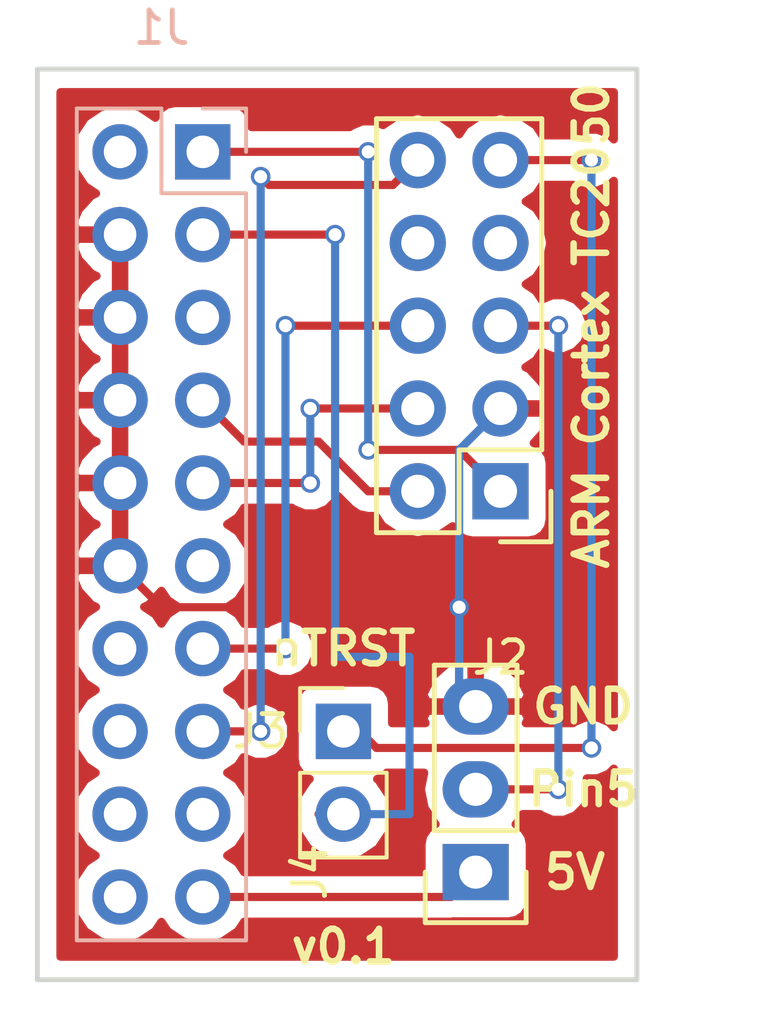
<source format=kicad_pcb>
(kicad_pcb (version 4) (host pcbnew 4.0.7)

  (general
    (links 15)
    (no_connects 0)
    (area 124.384999 101.524999 142.950001 129.615001)
    (thickness 1.6)
    (drawings 10)
    (tracks 68)
    (zones 0)
    (modules 4)
    (nets 21)
  )

  (page A4)
  (layers
    (0 F.Cu signal)
    (31 B.Cu signal)
    (32 B.Adhes user)
    (33 F.Adhes user)
    (34 B.Paste user)
    (35 F.Paste user)
    (36 B.SilkS user)
    (37 F.SilkS user)
    (38 B.Mask user)
    (39 F.Mask user)
    (40 Dwgs.User user)
    (41 Cmts.User user)
    (42 Eco1.User user)
    (43 Eco2.User user)
    (44 Edge.Cuts user)
    (45 Margin user)
    (46 B.CrtYd user)
    (47 F.CrtYd user)
    (48 B.Fab user)
    (49 F.Fab user)
  )

  (setup
    (last_trace_width 0.25)
    (trace_clearance 0.2)
    (zone_clearance 0.508)
    (zone_45_only no)
    (trace_min 0.2)
    (segment_width 0.2)
    (edge_width 0.15)
    (via_size 0.6)
    (via_drill 0.4)
    (via_min_size 0.4)
    (via_min_drill 0.3)
    (uvia_size 0.3)
    (uvia_drill 0.1)
    (uvias_allowed no)
    (uvia_min_size 0.2)
    (uvia_min_drill 0.1)
    (pcb_text_width 0.3)
    (pcb_text_size 1.5 1.5)
    (mod_edge_width 0.15)
    (mod_text_size 1 1)
    (mod_text_width 0.15)
    (pad_size 1.524 1.524)
    (pad_drill 0.762)
    (pad_to_mask_clearance 0.2)
    (aux_axis_origin 0 0)
    (visible_elements FFFFFF7F)
    (pcbplotparams
      (layerselection 0x00030_80000001)
      (usegerberextensions false)
      (excludeedgelayer true)
      (linewidth 0.100000)
      (plotframeref false)
      (viasonmask false)
      (mode 1)
      (useauxorigin false)
      (hpglpennumber 1)
      (hpglpenspeed 20)
      (hpglpendiameter 15)
      (hpglpenoverlay 2)
      (psnegative false)
      (psa4output false)
      (plotreference true)
      (plotvalue true)
      (plotinvisibletext false)
      (padsonsilk false)
      (subtractmaskfromsilk false)
      (outputformat 1)
      (mirror false)
      (drillshape 1)
      (scaleselection 1)
      (outputdirectory ""))
  )

  (net 0 "")
  (net 1 /VTref)
  (net 2 "Net-(J1-Pad2)")
  (net 3 "Net-(J1-Pad3)")
  (net 4 /GND)
  (net 5 "Net-(J1-Pad5)")
  (net 6 /SWDIO)
  (net 7 /SWCLK)
  (net 8 "Net-(J1-Pad11)")
  (net 9 /SWO)
  (net 10 "Net-(J1-Pad14)")
  (net 11 /nRST)
  (net 12 "Net-(J1-Pad16)")
  (net 13 "Net-(J1-Pad17)")
  (net 14 "Net-(J1-Pad18)")
  (net 15 /5V)
  (net 16 "Net-(J1-Pad20)")
  (net 17 "Net-(J2-Pad5)")
  (net 18 "Net-(J2-Pad9)")
  (net 19 "Net-(J2-Pad7)")
  (net 20 "Net-(J2-Pad8)")

  (net_class Default "This is the default net class."
    (clearance 0.2)
    (trace_width 0.25)
    (via_dia 0.6)
    (via_drill 0.4)
    (uvia_dia 0.3)
    (uvia_drill 0.1)
    (add_net /5V)
    (add_net /GND)
    (add_net /SWCLK)
    (add_net /SWDIO)
    (add_net /SWO)
    (add_net /VTref)
    (add_net /nRST)
    (add_net "Net-(J1-Pad11)")
    (add_net "Net-(J1-Pad14)")
    (add_net "Net-(J1-Pad16)")
    (add_net "Net-(J1-Pad17)")
    (add_net "Net-(J1-Pad18)")
    (add_net "Net-(J1-Pad2)")
    (add_net "Net-(J1-Pad20)")
    (add_net "Net-(J1-Pad3)")
    (add_net "Net-(J1-Pad5)")
    (add_net "Net-(J2-Pad5)")
    (add_net "Net-(J2-Pad7)")
    (add_net "Net-(J2-Pad8)")
    (add_net "Net-(J2-Pad9)")
  )

  (module Pin_Headers:Pin_Header_Straight_2x05 (layer F.Cu) (tedit 0) (tstamp 5B7F0AE4)
    (at 138.684 114.554 180)
    (descr "Through hole pin header")
    (tags "pin header")
    (path /5B7F0467)
    (fp_text reference J2 (at 0 -5.1 180) (layer F.SilkS)
      (effects (font (size 1 1) (thickness 0.15)))
    )
    (fp_text value Conn_02x05_Odd_Even (at 0 -3.1 180) (layer F.Fab)
      (effects (font (size 1 1) (thickness 0.15)))
    )
    (fp_line (start -1.75 -1.75) (end -1.75 11.95) (layer F.CrtYd) (width 0.05))
    (fp_line (start 4.3 -1.75) (end 4.3 11.95) (layer F.CrtYd) (width 0.05))
    (fp_line (start -1.75 -1.75) (end 4.3 -1.75) (layer F.CrtYd) (width 0.05))
    (fp_line (start -1.75 11.95) (end 4.3 11.95) (layer F.CrtYd) (width 0.05))
    (fp_line (start 3.81 -1.27) (end 3.81 11.43) (layer F.SilkS) (width 0.15))
    (fp_line (start 3.81 11.43) (end -1.27 11.43) (layer F.SilkS) (width 0.15))
    (fp_line (start -1.27 11.43) (end -1.27 1.27) (layer F.SilkS) (width 0.15))
    (fp_line (start 3.81 -1.27) (end 1.27 -1.27) (layer F.SilkS) (width 0.15))
    (fp_line (start 0 -1.55) (end -1.55 -1.55) (layer F.SilkS) (width 0.15))
    (fp_line (start 1.27 -1.27) (end 1.27 1.27) (layer F.SilkS) (width 0.15))
    (fp_line (start 1.27 1.27) (end -1.27 1.27) (layer F.SilkS) (width 0.15))
    (fp_line (start -1.55 -1.55) (end -1.55 0) (layer F.SilkS) (width 0.15))
    (pad 1 thru_hole rect (at 0 0 180) (size 1.7272 1.7272) (drill 1.016) (layers *.Cu *.Mask)
      (net 1 /VTref))
    (pad 2 thru_hole oval (at 2.54 0 180) (size 1.7272 1.7272) (drill 1.016) (layers *.Cu *.Mask)
      (net 6 /SWDIO))
    (pad 3 thru_hole oval (at 0 2.54 180) (size 1.7272 1.7272) (drill 1.016) (layers *.Cu *.Mask)
      (net 4 /GND))
    (pad 4 thru_hole oval (at 2.54 2.54 180) (size 1.7272 1.7272) (drill 1.016) (layers *.Cu *.Mask)
      (net 7 /SWCLK))
    (pad 5 thru_hole oval (at 0 5.08 180) (size 1.7272 1.7272) (drill 1.016) (layers *.Cu *.Mask)
      (net 17 "Net-(J2-Pad5)"))
    (pad 6 thru_hole oval (at 2.54 5.08 180) (size 1.7272 1.7272) (drill 1.016) (layers *.Cu *.Mask)
      (net 9 /SWO))
    (pad 7 thru_hole oval (at 0 7.62 180) (size 1.7272 1.7272) (drill 1.016) (layers *.Cu *.Mask)
      (net 19 "Net-(J2-Pad7)"))
    (pad 8 thru_hole oval (at 2.54 7.62 180) (size 1.7272 1.7272) (drill 1.016) (layers *.Cu *.Mask)
      (net 20 "Net-(J2-Pad8)"))
    (pad 9 thru_hole oval (at 0 10.16 180) (size 1.7272 1.7272) (drill 1.016) (layers *.Cu *.Mask)
      (net 18 "Net-(J2-Pad9)"))
    (pad 10 thru_hole oval (at 2.54 10.16 180) (size 1.7272 1.7272) (drill 1.016) (layers *.Cu *.Mask)
      (net 11 /nRST))
    (model Pin_Headers.3dshapes/Pin_Header_Straight_2x05.wrl
      (at (xyz 0.05 -0.2 0))
      (scale (xyz 1 1 1))
      (rotate (xyz 0 0 90))
    )
  )

  (module Pin_Headers:Pin_Header_Straight_2x10_Pitch2.54mm (layer B.Cu) (tedit 5AA6543C) (tstamp 5AA597EF)
    (at 129.54 104.14 180)
    (descr "Through hole straight pin header, 2x10, 2.54mm pitch, double rows")
    (tags "Through hole pin header THT 2x10 2.54mm double row")
    (path /5AA44AAC)
    (fp_text reference J1 (at 1.27 3.81 180) (layer B.SilkS)
      (effects (font (size 1 1) (thickness 0.15)) (justify mirror))
    )
    (fp_text value CONN_02X10 (at 1.27 -25.19 180) (layer B.Fab)
      (effects (font (size 1 1) (thickness 0.15)) (justify mirror))
    )
    (fp_line (start 0 1.27) (end 3.81 1.27) (layer B.Fab) (width 0.1))
    (fp_line (start 3.81 1.27) (end 3.81 -24.13) (layer B.Fab) (width 0.1))
    (fp_line (start 3.81 -24.13) (end -1.27 -24.13) (layer B.Fab) (width 0.1))
    (fp_line (start -1.27 -24.13) (end -1.27 0) (layer B.Fab) (width 0.1))
    (fp_line (start -1.27 0) (end 0 1.27) (layer B.Fab) (width 0.1))
    (fp_line (start -1.33 -24.19) (end 3.87 -24.19) (layer B.SilkS) (width 0.12))
    (fp_line (start -1.33 -1.27) (end -1.33 -24.19) (layer B.SilkS) (width 0.12))
    (fp_line (start 3.87 1.33) (end 3.87 -24.19) (layer B.SilkS) (width 0.12))
    (fp_line (start -1.33 -1.27) (end 1.27 -1.27) (layer B.SilkS) (width 0.12))
    (fp_line (start 1.27 -1.27) (end 1.27 1.33) (layer B.SilkS) (width 0.12))
    (fp_line (start 1.27 1.33) (end 3.87 1.33) (layer B.SilkS) (width 0.12))
    (fp_line (start -1.33 0) (end -1.33 1.33) (layer B.SilkS) (width 0.12))
    (fp_line (start -1.33 1.33) (end 0 1.33) (layer B.SilkS) (width 0.12))
    (fp_line (start -1.8 1.8) (end -1.8 -24.65) (layer B.CrtYd) (width 0.05))
    (fp_line (start -1.8 -24.65) (end 4.35 -24.65) (layer B.CrtYd) (width 0.05))
    (fp_line (start 4.35 -24.65) (end 4.35 1.8) (layer B.CrtYd) (width 0.05))
    (fp_line (start 4.35 1.8) (end -1.8 1.8) (layer B.CrtYd) (width 0.05))
    (fp_text user %R (at 1.27 -11.43 450) (layer B.Fab)
      (effects (font (size 1 1) (thickness 0.15)) (justify mirror))
    )
    (pad 1 thru_hole rect (at 0 0 180) (size 1.7 1.7) (drill 1) (layers *.Cu *.Mask)
      (net 1 /VTref))
    (pad 2 thru_hole oval (at 2.54 0 180) (size 1.7 1.7) (drill 1) (layers *.Cu *.Mask)
      (net 2 "Net-(J1-Pad2)"))
    (pad 3 thru_hole oval (at 0 -2.54 180) (size 1.7 1.7) (drill 1) (layers *.Cu *.Mask)
      (net 3 "Net-(J1-Pad3)"))
    (pad 4 thru_hole oval (at 2.54 -2.54 180) (size 1.7 1.7) (drill 1) (layers *.Cu *.Mask)
      (net 4 /GND))
    (pad 5 thru_hole oval (at 0 -5.08 180) (size 1.7 1.7) (drill 1) (layers *.Cu *.Mask)
      (net 5 "Net-(J1-Pad5)"))
    (pad 6 thru_hole oval (at 2.54 -5.08 180) (size 1.7 1.7) (drill 1) (layers *.Cu *.Mask)
      (net 4 /GND))
    (pad 7 thru_hole oval (at 0 -7.62 180) (size 1.7 1.7) (drill 1) (layers *.Cu *.Mask)
      (net 6 /SWDIO))
    (pad 8 thru_hole oval (at 2.54 -7.62 180) (size 1.7 1.7) (drill 1) (layers *.Cu *.Mask)
      (net 4 /GND))
    (pad 9 thru_hole oval (at 0 -10.16 180) (size 1.7 1.7) (drill 1) (layers *.Cu *.Mask)
      (net 7 /SWCLK))
    (pad 10 thru_hole oval (at 2.54 -10.16 180) (size 1.7 1.7) (drill 1) (layers *.Cu *.Mask)
      (net 4 /GND))
    (pad 11 thru_hole oval (at 0 -12.7 180) (size 1.7 1.7) (drill 1) (layers *.Cu *.Mask)
      (net 8 "Net-(J1-Pad11)"))
    (pad 12 thru_hole oval (at 2.54 -12.7 180) (size 1.7 1.7) (drill 1) (layers *.Cu *.Mask)
      (net 4 /GND))
    (pad 13 thru_hole oval (at 0 -15.24 180) (size 1.7 1.7) (drill 1) (layers *.Cu *.Mask)
      (net 9 /SWO))
    (pad 14 thru_hole oval (at 2.54 -15.24 180) (size 1.7 1.7) (drill 1) (layers *.Cu *.Mask)
      (net 10 "Net-(J1-Pad14)"))
    (pad 15 thru_hole oval (at 0 -17.78 180) (size 1.7 1.7) (drill 1) (layers *.Cu *.Mask)
      (net 11 /nRST))
    (pad 16 thru_hole oval (at 2.54 -17.78 180) (size 1.7 1.7) (drill 1) (layers *.Cu *.Mask)
      (net 12 "Net-(J1-Pad16)"))
    (pad 17 thru_hole oval (at 0 -20.32 180) (size 1.7 1.7) (drill 1) (layers *.Cu *.Mask)
      (net 13 "Net-(J1-Pad17)"))
    (pad 18 thru_hole oval (at 2.54 -20.32 180) (size 1.7 1.7) (drill 1) (layers *.Cu *.Mask)
      (net 14 "Net-(J1-Pad18)"))
    (pad 19 thru_hole oval (at 0 -22.86 180) (size 1.7 1.7) (drill 1) (layers *.Cu *.Mask)
      (net 15 /5V))
    (pad 20 thru_hole oval (at 2.54 -22.86 180) (size 1.7 1.7) (drill 1) (layers *.Cu *.Mask)
      (net 16 "Net-(J1-Pad20)"))
    (model ${KISYS3DMOD}/Pin_Headers.3dshapes/Pin_Header_Straight_2x10_Pitch2.54mm.wrl
      (at (xyz 0 0 0))
      (scale (xyz 1 1 1))
      (rotate (xyz 0 0 0))
    )
  )

  (module Pin_Headers:Pin_Header_Straight_1x02_Pitch2.54mm (layer F.Cu) (tedit 5B7F0B0E) (tstamp 5AA5981F)
    (at 133.858 121.92)
    (descr "Through hole straight pin header, 1x02, 2.54mm pitch, single row")
    (tags "Through hole pin header THT 1x02 2.54mm single row")
    (path /5AA44BAF)
    (fp_text reference J3 (at -2.54 0) (layer F.SilkS)
      (effects (font (size 1 1) (thickness 0.15)))
    )
    (fp_text value CONN_01X02 (at 0 4.87) (layer F.Fab)
      (effects (font (size 1 1) (thickness 0.15)))
    )
    (fp_line (start -0.635 -1.27) (end 1.27 -1.27) (layer F.Fab) (width 0.1))
    (fp_line (start 1.27 -1.27) (end 1.27 3.81) (layer F.Fab) (width 0.1))
    (fp_line (start 1.27 3.81) (end -1.27 3.81) (layer F.Fab) (width 0.1))
    (fp_line (start -1.27 3.81) (end -1.27 -0.635) (layer F.Fab) (width 0.1))
    (fp_line (start -1.27 -0.635) (end -0.635 -1.27) (layer F.Fab) (width 0.1))
    (fp_line (start -1.33 3.87) (end 1.33 3.87) (layer F.SilkS) (width 0.12))
    (fp_line (start -1.33 1.27) (end -1.33 3.87) (layer F.SilkS) (width 0.12))
    (fp_line (start 1.33 1.27) (end 1.33 3.87) (layer F.SilkS) (width 0.12))
    (fp_line (start -1.33 1.27) (end 1.33 1.27) (layer F.SilkS) (width 0.12))
    (fp_line (start -1.33 0) (end -1.33 -1.33) (layer F.SilkS) (width 0.12))
    (fp_line (start -1.33 -1.33) (end 0 -1.33) (layer F.SilkS) (width 0.12))
    (fp_line (start -1.8 -1.8) (end -1.8 4.35) (layer F.CrtYd) (width 0.05))
    (fp_line (start -1.8 4.35) (end 1.8 4.35) (layer F.CrtYd) (width 0.05))
    (fp_line (start 1.8 4.35) (end 1.8 -1.8) (layer F.CrtYd) (width 0.05))
    (fp_line (start 1.8 -1.8) (end -1.8 -1.8) (layer F.CrtYd) (width 0.05))
    (fp_text user %R (at 0 1.27 180) (layer F.Fab)
      (effects (font (size 1 1) (thickness 0.15)))
    )
    (pad 1 thru_hole rect (at 0 0) (size 1.7 1.7) (drill 1) (layers *.Cu *.Mask)
      (net 18 "Net-(J2-Pad9)"))
    (pad 2 thru_hole oval (at 0 2.54) (size 1.7 1.7) (drill 1) (layers *.Cu *.Mask)
      (net 3 "Net-(J1-Pad3)"))
    (model ${KISYS3DMOD}/Pin_Headers.3dshapes/Pin_Header_Straight_1x02_Pitch2.54mm.wrl
      (at (xyz 0 0 0))
      (scale (xyz 1 1 1))
      (rotate (xyz 0 0 0))
    )
  )

  (module Socket_Strips:Socket_Strip_Straight_1x03 (layer F.Cu) (tedit 54E9F429) (tstamp 5B7F0909)
    (at 137.922 126.238 90)
    (descr "Through hole socket strip")
    (tags "socket strip")
    (path /5B7F082A)
    (fp_text reference J4 (at 0 -5.1 90) (layer F.SilkS)
      (effects (font (size 1 1) (thickness 0.15)))
    )
    (fp_text value Conn_01x03 (at 0 -3.1 90) (layer F.Fab)
      (effects (font (size 1 1) (thickness 0.15)))
    )
    (fp_line (start 0 -1.55) (end -1.55 -1.55) (layer F.SilkS) (width 0.15))
    (fp_line (start -1.55 -1.55) (end -1.55 1.55) (layer F.SilkS) (width 0.15))
    (fp_line (start -1.55 1.55) (end 0 1.55) (layer F.SilkS) (width 0.15))
    (fp_line (start -1.75 -1.75) (end -1.75 1.75) (layer F.CrtYd) (width 0.05))
    (fp_line (start 6.85 -1.75) (end 6.85 1.75) (layer F.CrtYd) (width 0.05))
    (fp_line (start -1.75 -1.75) (end 6.85 -1.75) (layer F.CrtYd) (width 0.05))
    (fp_line (start -1.75 1.75) (end 6.85 1.75) (layer F.CrtYd) (width 0.05))
    (fp_line (start 1.27 -1.27) (end 6.35 -1.27) (layer F.SilkS) (width 0.15))
    (fp_line (start 6.35 -1.27) (end 6.35 1.27) (layer F.SilkS) (width 0.15))
    (fp_line (start 6.35 1.27) (end 1.27 1.27) (layer F.SilkS) (width 0.15))
    (fp_line (start 1.27 1.27) (end 1.27 -1.27) (layer F.SilkS) (width 0.15))
    (pad 1 thru_hole rect (at 0 0 90) (size 1.7272 2.032) (drill 1.016) (layers *.Cu *.Mask)
      (net 15 /5V))
    (pad 2 thru_hole oval (at 2.54 0 90) (size 1.7272 2.032) (drill 1.016) (layers *.Cu *.Mask)
      (net 17 "Net-(J2-Pad5)"))
    (pad 3 thru_hole oval (at 5.08 0 90) (size 1.7272 2.032) (drill 1.016) (layers *.Cu *.Mask)
      (net 4 /GND))
    (model Socket_Strips.3dshapes/Socket_Strip_Straight_1x03.wrl
      (at (xyz 0.1 0 0))
      (scale (xyz 1 1 1))
      (rotate (xyz 0 0 180))
    )
  )

  (gr_text "ARM Cortex TC2050" (at 141.478 109.474 90) (layer F.SilkS)
    (effects (font (size 1 1) (thickness 0.2)))
  )
  (gr_text v0.1 (at 133.858 128.524) (layer F.SilkS)
    (effects (font (size 1 1) (thickness 0.2)))
  )
  (gr_text nTRST (at 133.858 119.38) (layer F.SilkS)
    (effects (font (size 1 1) (thickness 0.2)))
  )
  (gr_text Pin5 (at 141.224 123.698) (layer F.SilkS)
    (effects (font (size 1 1) (thickness 0.2)))
  )
  (gr_text GND (at 141.224 121.158) (layer F.SilkS)
    (effects (font (size 1 1) (thickness 0.2)))
  )
  (gr_text 5V (at 140.97 126.238) (layer F.SilkS)
    (effects (font (size 1 1) (thickness 0.2)))
  )
  (gr_line (start 124.46 129.54) (end 124.46 101.6) (angle 90) (layer Edge.Cuts) (width 0.15))
  (gr_line (start 142.875 129.54) (end 124.46 129.54) (angle 90) (layer Edge.Cuts) (width 0.15))
  (gr_line (start 142.875 101.6) (end 142.875 129.54) (angle 90) (layer Edge.Cuts) (width 0.15))
  (gr_line (start 124.46 101.6) (end 142.875 101.6) (angle 90) (layer Edge.Cuts) (width 0.15))

  (segment (start 138.684 114.554) (end 137.414 113.284) (width 0.25) (layer F.Cu) (net 1))
  (segment (start 134.62 104.14) (end 129.54 104.14) (width 0.25) (layer F.Cu) (net 1) (tstamp 5B7F1362))
  (via (at 134.62 104.14) (size 0.6) (drill 0.4) (layers F.Cu B.Cu) (net 1))
  (segment (start 134.62 113.284) (end 134.62 104.14) (width 0.25) (layer B.Cu) (net 1) (tstamp 5B7F135E))
  (via (at 134.62 113.284) (size 0.6) (drill 0.4) (layers F.Cu B.Cu) (net 1))
  (segment (start 137.414 113.284) (end 134.62 113.284) (width 0.25) (layer F.Cu) (net 1) (tstamp 5B7F1358))
  (segment (start 129.54 106.68) (end 133.604 106.68) (width 0.25) (layer F.Cu) (net 3))
  (segment (start 135.89 124.46) (end 133.858 124.46) (width 0.25) (layer B.Cu) (net 3) (tstamp 5B7F156A))
  (segment (start 135.89 119.634) (end 135.89 124.46) (width 0.25) (layer B.Cu) (net 3) (tstamp 5B7F1563))
  (segment (start 133.604 119.634) (end 135.89 119.634) (width 0.25) (layer B.Cu) (net 3) (tstamp 5B7F1555))
  (segment (start 133.604 106.68) (end 133.604 119.634) (width 0.25) (layer B.Cu) (net 3) (tstamp 5B7F1554))
  (via (at 133.604 106.68) (size 0.6) (drill 0.4) (layers F.Cu B.Cu) (net 3))
  (segment (start 133.858 124.46) (end 133.096 124.46) (width 0.25) (layer F.Cu) (net 3))
  (segment (start 127 116.84) (end 128.27 118.11) (width 0.25) (layer F.Cu) (net 4))
  (via (at 137.414 118.11) (size 0.6) (drill 0.4) (layers F.Cu B.Cu) (net 4))
  (segment (start 128.27 118.11) (end 137.414 118.11) (width 0.25) (layer F.Cu) (net 4) (tstamp 5B7F14A5))
  (segment (start 137.414 118.11) (end 137.414 120.396) (width 0.25) (layer B.Cu) (net 4) (tstamp 5B7F14AD))
  (segment (start 137.414 120.396) (end 137.922 120.904) (width 0.25) (layer B.Cu) (net 4) (tstamp 5B7F14AE))
  (segment (start 137.922 120.904) (end 137.922 121.158) (width 0.25) (layer B.Cu) (net 4) (tstamp 5B7F14B8))
  (segment (start 138.684 112.014) (end 137.414 113.284) (width 0.25) (layer B.Cu) (net 4))
  (segment (start 137.414 113.284) (end 137.414 118.11) (width 0.25) (layer B.Cu) (net 4) (tstamp 5B7F1444))
  (segment (start 137.414 118.11) (end 137.414 120.65) (width 0.25) (layer B.Cu) (net 4) (tstamp 5B7F1468))
  (segment (start 137.414 120.65) (end 137.922 121.158) (width 0.25) (layer B.Cu) (net 4) (tstamp 5B7F144A))
  (segment (start 127 114.3) (end 127 116.84) (width 0.25) (layer F.Cu) (net 4))
  (segment (start 127 111.76) (end 127 114.3) (width 0.25) (layer F.Cu) (net 4))
  (segment (start 127 109.22) (end 127 111.76) (width 0.25) (layer F.Cu) (net 4))
  (segment (start 127 106.68) (end 127 109.22) (width 0.25) (layer F.Cu) (net 4))
  (segment (start 136.144 114.554) (end 134.62 114.554) (width 0.25) (layer F.Cu) (net 6))
  (segment (start 130.81 113.03) (end 129.54 111.76) (width 0.25) (layer F.Cu) (net 6) (tstamp 5B7F153E))
  (segment (start 133.096 113.03) (end 130.81 113.03) (width 0.25) (layer F.Cu) (net 6) (tstamp 5B7F153A))
  (segment (start 134.62 114.554) (end 133.096 113.03) (width 0.25) (layer F.Cu) (net 6) (tstamp 5B7F1530))
  (segment (start 129.54 111.76) (end 129.794 111.76) (width 0.25) (layer B.Cu) (net 6))
  (segment (start 129.54 114.3) (end 132.842 114.3) (width 0.25) (layer F.Cu) (net 7))
  (segment (start 132.842 112.014) (end 136.144 112.014) (width 0.25) (layer F.Cu) (net 7) (tstamp 5B7F1527))
  (via (at 132.842 112.014) (size 0.6) (drill 0.4) (layers F.Cu B.Cu) (net 7))
  (segment (start 132.842 114.3) (end 132.842 112.014) (width 0.25) (layer B.Cu) (net 7) (tstamp 5B7F1524))
  (via (at 132.842 114.3) (size 0.6) (drill 0.4) (layers F.Cu B.Cu) (net 7))
  (segment (start 129.54 119.38) (end 132.08 119.38) (width 0.25) (layer F.Cu) (net 9))
  (segment (start 132.08 109.474) (end 136.144 109.474) (width 0.25) (layer F.Cu) (net 9) (tstamp 5B7F150D))
  (via (at 132.08 109.474) (size 0.6) (drill 0.4) (layers F.Cu B.Cu) (net 9))
  (segment (start 132.08 119.38) (end 132.08 109.474) (width 0.25) (layer B.Cu) (net 9) (tstamp 5B7F1506))
  (via (at 132.08 119.38) (size 0.6) (drill 0.4) (layers F.Cu B.Cu) (net 9))
  (segment (start 130.048 119.38) (end 129.54 119.38) (width 0.25) (layer F.Cu) (net 9) (tstamp 5B7F1130))
  (segment (start 129.54 119.38) (end 129.54 119.126) (width 0.25) (layer B.Cu) (net 9))
  (segment (start 129.54 119.38) (end 129.54 119.38) (width 0.25) (layer F.Cu) (net 9) (tstamp 5AA5AFB7))
  (segment (start 129.54 121.92) (end 131.318 121.92) (width 0.25) (layer F.Cu) (net 11))
  (segment (start 135.382 105.156) (end 136.144 104.394) (width 0.25) (layer F.Cu) (net 11) (tstamp 5B7F14F4))
  (segment (start 131.572 105.156) (end 135.382 105.156) (width 0.25) (layer F.Cu) (net 11) (tstamp 5B7F14EF))
  (segment (start 131.318 104.902) (end 131.572 105.156) (width 0.25) (layer F.Cu) (net 11) (tstamp 5B7F14EE))
  (via (at 131.318 104.902) (size 0.6) (drill 0.4) (layers F.Cu B.Cu) (net 11))
  (segment (start 131.318 121.92) (end 131.318 104.902) (width 0.25) (layer B.Cu) (net 11) (tstamp 5B7F14DC))
  (via (at 131.318 121.92) (size 0.6) (drill 0.4) (layers F.Cu B.Cu) (net 11))
  (segment (start 129.54 121.666) (end 129.54 121.92) (width 0.25) (layer B.Cu) (net 11) (tstamp 5B7F10A7))
  (segment (start 129.54 127) (end 137.16 127) (width 0.25) (layer F.Cu) (net 15))
  (segment (start 137.16 127) (end 137.922 126.238) (width 0.25) (layer F.Cu) (net 15) (tstamp 5B7F0E24))
  (segment (start 138.684 109.474) (end 140.462 109.474) (width 0.25) (layer F.Cu) (net 17))
  (segment (start 140.462 123.698) (end 137.922 123.698) (width 0.25) (layer F.Cu) (net 17) (tstamp 5B7F13DE))
  (via (at 140.462 123.698) (size 0.6) (drill 0.4) (layers F.Cu B.Cu) (net 17))
  (segment (start 140.462 109.474) (end 140.462 123.698) (width 0.25) (layer B.Cu) (net 17) (tstamp 5B7F13D8))
  (via (at 140.462 109.474) (size 0.6) (drill 0.4) (layers F.Cu B.Cu) (net 17))
  (segment (start 138.43 123.698) (end 137.922 123.698) (width 0.25) (layer F.Cu) (net 17) (tstamp 5B7F0EFF))
  (segment (start 138.684 104.394) (end 141.478 104.394) (width 0.25) (layer F.Cu) (net 18))
  (segment (start 134.874 122.428) (end 134.366 121.92) (width 0.25) (layer F.Cu) (net 18) (tstamp 5B7F1412))
  (segment (start 141.478 122.428) (end 134.874 122.428) (width 0.25) (layer F.Cu) (net 18) (tstamp 5B7F1411))
  (via (at 141.478 122.428) (size 0.6) (drill 0.4) (layers F.Cu B.Cu) (net 18))
  (segment (start 141.478 104.394) (end 141.478 122.428) (width 0.25) (layer B.Cu) (net 18) (tstamp 5B7F1402))
  (via (at 141.478 104.394) (size 0.6) (drill 0.4) (layers F.Cu B.Cu) (net 18))
  (segment (start 134.366 121.92) (end 133.858 121.92) (width 0.25) (layer F.Cu) (net 18) (tstamp 5B7F141B))

  (zone (net 4) (net_name /GND) (layer F.Cu) (tstamp 5AA59E4A) (hatch edge 0.508)
    (connect_pads (clearance 0.508))
    (min_thickness 0.254)
    (fill yes (arc_segments 16) (thermal_gap 0.508) (thermal_bridge_width 0.508))
    (polygon
      (pts
        (xy 142.875 129.54) (xy 124.46 129.54) (xy 124.46 101.6) (xy 142.875 101.6)
      )
    )
    (filled_polygon
      (pts
        (xy 142.165 103.758755) (xy 142.008327 103.601808) (xy 141.664799 103.459162) (xy 141.292833 103.458838) (xy 140.949057 103.600883)
        (xy 140.915882 103.634) (xy 139.973262 103.634) (xy 139.773029 103.33433) (xy 139.286848 103.009474) (xy 138.713359 102.8954)
        (xy 138.654641 102.8954) (xy 138.081152 103.009474) (xy 137.594971 103.33433) (xy 137.414 103.605172) (xy 137.233029 103.33433)
        (xy 136.746848 103.009474) (xy 136.173359 102.8954) (xy 136.114641 102.8954) (xy 135.541152 103.009474) (xy 135.079078 103.318222)
        (xy 134.806799 103.205162) (xy 134.434833 103.204838) (xy 134.091057 103.346883) (xy 134.057882 103.38) (xy 131.03744 103.38)
        (xy 131.03744 103.29) (xy 130.993162 103.054683) (xy 130.85409 102.838559) (xy 130.64189 102.693569) (xy 130.39 102.64256)
        (xy 128.69 102.64256) (xy 128.454683 102.686838) (xy 128.238559 102.82591) (xy 128.093569 103.03811) (xy 128.082159 103.094454)
        (xy 128.079147 103.089946) (xy 127.597378 102.768039) (xy 127.029093 102.655) (xy 126.970907 102.655) (xy 126.402622 102.768039)
        (xy 125.920853 103.089946) (xy 125.598946 103.571715) (xy 125.485907 104.14) (xy 125.598946 104.708285) (xy 125.920853 105.190054)
        (xy 126.261553 105.417702) (xy 126.118642 105.484817) (xy 125.728355 105.913076) (xy 125.558524 106.32311) (xy 125.679845 106.553)
        (xy 126.873 106.553) (xy 126.873 106.533) (xy 127.127 106.533) (xy 127.127 106.553) (xy 127.147 106.553)
        (xy 127.147 106.807) (xy 127.127 106.807) (xy 127.127 109.093) (xy 127.147 109.093) (xy 127.147 109.347)
        (xy 127.127 109.347) (xy 127.127 111.633) (xy 127.147 111.633) (xy 127.147 111.887) (xy 127.127 111.887)
        (xy 127.127 114.173) (xy 127.147 114.173) (xy 127.147 114.427) (xy 127.127 114.427) (xy 127.127 116.713)
        (xy 127.147 116.713) (xy 127.147 116.967) (xy 127.127 116.967) (xy 127.127 116.987) (xy 126.873 116.987)
        (xy 126.873 116.967) (xy 125.679845 116.967) (xy 125.558524 117.19689) (xy 125.728355 117.606924) (xy 126.118642 118.035183)
        (xy 126.261553 118.102298) (xy 125.920853 118.329946) (xy 125.598946 118.811715) (xy 125.485907 119.38) (xy 125.598946 119.948285)
        (xy 125.920853 120.430054) (xy 126.250026 120.65) (xy 125.920853 120.869946) (xy 125.598946 121.351715) (xy 125.485907 121.92)
        (xy 125.598946 122.488285) (xy 125.920853 122.970054) (xy 126.250026 123.19) (xy 125.920853 123.409946) (xy 125.598946 123.891715)
        (xy 125.485907 124.46) (xy 125.598946 125.028285) (xy 125.920853 125.510054) (xy 126.250026 125.73) (xy 125.920853 125.949946)
        (xy 125.598946 126.431715) (xy 125.485907 127) (xy 125.598946 127.568285) (xy 125.920853 128.050054) (xy 126.402622 128.371961)
        (xy 126.970907 128.485) (xy 127.029093 128.485) (xy 127.597378 128.371961) (xy 128.079147 128.050054) (xy 128.27 127.764422)
        (xy 128.460853 128.050054) (xy 128.942622 128.371961) (xy 129.510907 128.485) (xy 129.569093 128.485) (xy 130.137378 128.371961)
        (xy 130.619147 128.050054) (xy 130.812954 127.76) (xy 137.16 127.76) (xy 137.215099 127.74904) (xy 138.938 127.74904)
        (xy 139.173317 127.704762) (xy 139.389441 127.56569) (xy 139.534431 127.35349) (xy 139.58544 127.1016) (xy 139.58544 125.3744)
        (xy 139.541162 125.139083) (xy 139.40209 124.922959) (xy 139.18989 124.777969) (xy 139.148561 124.7696) (xy 139.166415 124.75767)
        (xy 139.366648 124.458) (xy 139.899537 124.458) (xy 139.931673 124.490192) (xy 140.275201 124.632838) (xy 140.647167 124.633162)
        (xy 140.990943 124.491117) (xy 141.254192 124.228327) (xy 141.396838 123.884799) (xy 141.397162 123.512833) (xy 141.335201 123.362876)
        (xy 141.663167 123.363162) (xy 142.006943 123.221117) (xy 142.165 123.063336) (xy 142.165 128.83) (xy 125.17 128.83)
        (xy 125.17 114.65689) (xy 125.558524 114.65689) (xy 125.728355 115.066924) (xy 126.118642 115.495183) (xy 126.277954 115.57)
        (xy 126.118642 115.644817) (xy 125.728355 116.073076) (xy 125.558524 116.48311) (xy 125.679845 116.713) (xy 126.873 116.713)
        (xy 126.873 114.427) (xy 125.679845 114.427) (xy 125.558524 114.65689) (xy 125.17 114.65689) (xy 125.17 112.11689)
        (xy 125.558524 112.11689) (xy 125.728355 112.526924) (xy 126.118642 112.955183) (xy 126.277954 113.03) (xy 126.118642 113.104817)
        (xy 125.728355 113.533076) (xy 125.558524 113.94311) (xy 125.679845 114.173) (xy 126.873 114.173) (xy 126.873 111.887)
        (xy 125.679845 111.887) (xy 125.558524 112.11689) (xy 125.17 112.11689) (xy 125.17 109.57689) (xy 125.558524 109.57689)
        (xy 125.728355 109.986924) (xy 126.118642 110.415183) (xy 126.277954 110.49) (xy 126.118642 110.564817) (xy 125.728355 110.993076)
        (xy 125.558524 111.40311) (xy 125.679845 111.633) (xy 126.873 111.633) (xy 126.873 109.347) (xy 125.679845 109.347)
        (xy 125.558524 109.57689) (xy 125.17 109.57689) (xy 125.17 107.03689) (xy 125.558524 107.03689) (xy 125.728355 107.446924)
        (xy 126.118642 107.875183) (xy 126.277954 107.95) (xy 126.118642 108.024817) (xy 125.728355 108.453076) (xy 125.558524 108.86311)
        (xy 125.679845 109.093) (xy 126.873 109.093) (xy 126.873 106.807) (xy 125.679845 106.807) (xy 125.558524 107.03689)
        (xy 125.17 107.03689) (xy 125.17 102.31) (xy 142.165 102.31)
      )
    )
    (filled_polygon
      (pts
        (xy 142.165 121.792755) (xy 142.008327 121.635808) (xy 141.664799 121.493162) (xy 141.292833 121.492838) (xy 140.949057 121.634883)
        (xy 140.915882 121.668) (xy 139.461578 121.668) (xy 139.526709 121.532791) (xy 139.529358 121.517026) (xy 139.408217 121.285)
        (xy 138.049 121.285) (xy 138.049 121.305) (xy 137.795 121.305) (xy 137.795 121.285) (xy 136.435783 121.285)
        (xy 136.314642 121.517026) (xy 136.317291 121.532791) (xy 136.382422 121.668) (xy 135.35544 121.668) (xy 135.35544 121.07)
        (xy 135.311162 120.834683) (xy 135.288184 120.798974) (xy 136.314642 120.798974) (xy 136.435783 121.031) (xy 137.795 121.031)
        (xy 137.795 119.817076) (xy 138.049 119.817076) (xy 138.049 121.031) (xy 139.408217 121.031) (xy 139.529358 120.798974)
        (xy 139.526709 120.783209) (xy 139.272732 120.255964) (xy 138.83632 119.866046) (xy 138.283913 119.672816) (xy 138.049 119.817076)
        (xy 137.795 119.817076) (xy 137.560087 119.672816) (xy 137.00768 119.866046) (xy 136.571268 120.255964) (xy 136.317291 120.783209)
        (xy 136.314642 120.798974) (xy 135.288184 120.798974) (xy 135.17209 120.618559) (xy 134.95989 120.473569) (xy 134.708 120.42256)
        (xy 133.008 120.42256) (xy 132.772683 120.466838) (xy 132.556559 120.60591) (xy 132.411569 120.81811) (xy 132.36056 121.07)
        (xy 132.36056 122.77) (xy 132.404838 123.005317) (xy 132.54391 123.221441) (xy 132.75611 123.366431) (xy 132.823541 123.380086)
        (xy 132.778853 123.409946) (xy 132.456946 123.891715) (xy 132.40511 124.152312) (xy 132.393852 124.169161) (xy 132.336 124.46)
        (xy 132.393852 124.750839) (xy 132.40511 124.767688) (xy 132.456946 125.028285) (xy 132.778853 125.510054) (xy 133.260622 125.831961)
        (xy 133.828907 125.945) (xy 133.887093 125.945) (xy 134.455378 125.831961) (xy 134.937147 125.510054) (xy 135.259054 125.028285)
        (xy 135.372093 124.46) (xy 135.259054 123.891715) (xy 134.937147 123.409946) (xy 134.895548 123.38215) (xy 134.943317 123.373162)
        (xy 135.159441 123.23409) (xy 135.190933 123.188) (xy 136.3401 123.188) (xy 136.238655 123.698) (xy 136.352729 124.271489)
        (xy 136.677585 124.75767) (xy 136.691913 124.767243) (xy 136.670683 124.771238) (xy 136.454559 124.91031) (xy 136.309569 125.12251)
        (xy 136.25856 125.3744) (xy 136.25856 126.24) (xy 130.812954 126.24) (xy 130.619147 125.949946) (xy 130.289974 125.73)
        (xy 130.619147 125.510054) (xy 130.941054 125.028285) (xy 131.054093 124.46) (xy 130.941054 123.891715) (xy 130.619147 123.409946)
        (xy 130.289974 123.19) (xy 130.619147 122.970054) (xy 130.790625 122.713418) (xy 131.131201 122.854838) (xy 131.503167 122.855162)
        (xy 131.846943 122.713117) (xy 132.110192 122.450327) (xy 132.252838 122.106799) (xy 132.253162 121.734833) (xy 132.111117 121.391057)
        (xy 131.848327 121.127808) (xy 131.504799 120.985162) (xy 131.132833 120.984838) (xy 130.790444 121.12631) (xy 130.619147 120.869946)
        (xy 130.289974 120.65) (xy 130.619147 120.430054) (xy 130.812954 120.14) (xy 131.517537 120.14) (xy 131.549673 120.172192)
        (xy 131.893201 120.314838) (xy 132.265167 120.315162) (xy 132.608943 120.173117) (xy 132.872192 119.910327) (xy 133.014838 119.566799)
        (xy 133.015162 119.194833) (xy 132.873117 118.851057) (xy 132.610327 118.587808) (xy 132.266799 118.445162) (xy 131.894833 118.444838)
        (xy 131.551057 118.586883) (xy 131.517882 118.62) (xy 130.812954 118.62) (xy 130.619147 118.329946) (xy 130.289974 118.11)
        (xy 130.619147 117.890054) (xy 130.941054 117.408285) (xy 131.054093 116.84) (xy 130.941054 116.271715) (xy 130.619147 115.789946)
        (xy 130.289974 115.57) (xy 130.619147 115.350054) (xy 130.812954 115.06) (xy 132.279537 115.06) (xy 132.311673 115.092192)
        (xy 132.655201 115.234838) (xy 133.027167 115.235162) (xy 133.370943 115.093117) (xy 133.634192 114.830327) (xy 133.689156 114.697958)
        (xy 134.082599 115.091401) (xy 134.32916 115.256148) (xy 134.377414 115.265746) (xy 134.62 115.314) (xy 134.854738 115.314)
        (xy 135.054971 115.61367) (xy 135.541152 115.938526) (xy 136.114641 116.0526) (xy 136.173359 116.0526) (xy 136.746848 115.938526)
        (xy 137.212442 115.627426) (xy 137.217238 115.652917) (xy 137.35631 115.869041) (xy 137.56851 116.014031) (xy 137.8204 116.06504)
        (xy 139.5476 116.06504) (xy 139.782917 116.020762) (xy 139.999041 115.88169) (xy 140.144031 115.66949) (xy 140.19504 115.4176)
        (xy 140.19504 113.6904) (xy 140.150762 113.455083) (xy 140.01169 113.238959) (xy 139.79949 113.093969) (xy 139.705625 113.074961)
        (xy 139.966688 112.788947) (xy 140.138958 112.373026) (xy 140.017817 112.141) (xy 138.811 112.141) (xy 138.811 112.161)
        (xy 138.557 112.161) (xy 138.557 112.141) (xy 138.537 112.141) (xy 138.537 111.887) (xy 138.557 111.887)
        (xy 138.557 111.867) (xy 138.811 111.867) (xy 138.811 111.887) (xy 140.017817 111.887) (xy 140.138958 111.654974)
        (xy 139.966688 111.239053) (xy 139.57249 110.807179) (xy 139.449772 110.749664) (xy 139.773029 110.53367) (xy 139.947391 110.272719)
        (xy 140.275201 110.408838) (xy 140.647167 110.409162) (xy 140.990943 110.267117) (xy 141.254192 110.004327) (xy 141.396838 109.660799)
        (xy 141.397162 109.288833) (xy 141.255117 108.945057) (xy 140.992327 108.681808) (xy 140.648799 108.539162) (xy 140.276833 108.538838)
        (xy 139.947223 108.67503) (xy 139.773029 108.41433) (xy 139.458248 108.204) (xy 139.773029 107.99367) (xy 140.097885 107.507489)
        (xy 140.211959 106.934) (xy 140.097885 106.360511) (xy 139.773029 105.87433) (xy 139.458248 105.664) (xy 139.773029 105.45367)
        (xy 139.973262 105.154) (xy 140.915537 105.154) (xy 140.947673 105.186192) (xy 141.291201 105.328838) (xy 141.663167 105.329162)
        (xy 142.006943 105.187117) (xy 142.165 105.029336)
      )
    )
    (filled_polygon
      (pts
        (xy 128.460853 117.890054) (xy 128.790026 118.11) (xy 128.460853 118.329946) (xy 128.27 118.615578) (xy 128.079147 118.329946)
        (xy 127.738447 118.102298) (xy 127.881358 118.035183) (xy 128.271645 117.606924) (xy 128.271655 117.606899)
      )
    )
  )
)

</source>
